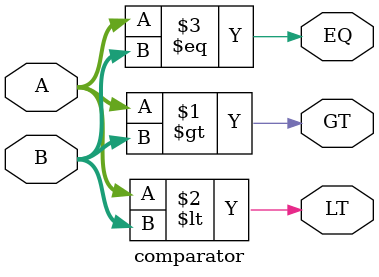
<source format=v>

module comparator #(
  parameter N = 32
  )
  (
  output GT,
  output LT,
  output EQ,
  input [N-1:0] A,
  input [N-1:0] B
  );
  
  assign GT = A > B,
  LT = A < B,
  EQ = A == B;
  
endmodule


</source>
